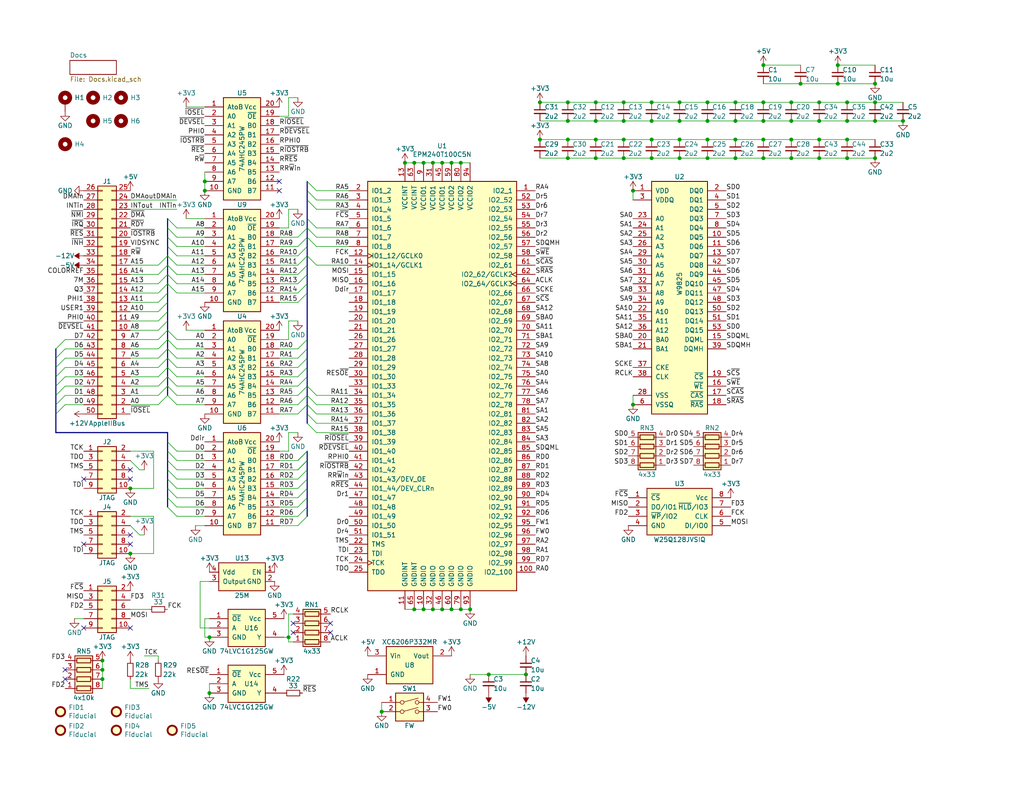
<source format=kicad_sch>
(kicad_sch (version 20211123) (generator eeschema)
  (paper "USLetter")
  (title_block (title "GR8RAM") (date "2021-04-20") (rev "1.9") (company "Garrett's Workshop"))
  (junction (at 200.66 27.94))
  (junction (at 133.35 184.15))
  (junction (at 208.28 17.78))
  (junction (at 115.57 44.45))
  (junction (at 208.28 27.94))
  (junction (at 162.56 43.18))
  (junction (at 177.8 38.1))
  (junction (at 231.14 43.18))
  (junction (at 57.15 173.99))
  (junction (at 162.56 38.1))
  (junction (at 200.66 38.1))
  (junction (at 55.88 52.07))
  (junction (at 218.44 22.86))
  (junction (at 115.57 166.37))
  (junction (at 35.56 151.13))
  (junction (at 223.52 38.1))
  (junction (at 228.6 17.78))
  (junction (at 104.14 194.31))
  (junction (at 154.94 43.18))
  (junction (at 231.14 27.94))
  (junction (at 128.27 166.37))
  (junction (at 215.9 38.1))
  (junction (at 123.19 166.37))
  (junction (at 238.76 43.18))
  (junction (at 147.32 38.1))
  (junction (at 170.18 27.94))
  (junction (at 223.52 27.94))
  (junction (at 185.42 43.18))
  (junction (at 238.76 33.02))
  (junction (at 231.14 38.1))
  (junction (at 110.49 44.45))
  (junction (at 154.94 38.1))
  (junction (at 215.9 33.02))
  (junction (at 118.11 166.37))
  (junction (at 162.56 33.02))
  (junction (at 154.94 27.94))
  (junction (at 147.32 27.94))
  (junction (at 27.94 182.88))
  (junction (at 35.56 133.35))
  (junction (at 228.6 22.86))
  (junction (at 118.11 44.45))
  (junction (at 200.66 33.02))
  (junction (at 238.76 22.86))
  (junction (at 185.42 33.02))
  (junction (at 185.42 27.94))
  (junction (at 113.03 166.37))
  (junction (at 185.42 38.1))
  (junction (at 120.65 166.37))
  (junction (at 123.19 44.45))
  (junction (at 125.73 166.37))
  (junction (at 231.14 33.02))
  (junction (at 55.88 49.53))
  (junction (at 208.28 33.02))
  (junction (at 170.18 43.18))
  (junction (at 208.28 43.18))
  (junction (at 172.72 52.07))
  (junction (at 78.74 173.99))
  (junction (at 113.03 44.45))
  (junction (at 223.52 33.02))
  (junction (at 170.18 33.02))
  (junction (at 215.9 27.94))
  (junction (at 27.94 180.34))
  (junction (at 120.65 44.45))
  (junction (at 143.51 184.15))
  (junction (at 177.8 33.02))
  (junction (at 57.15 189.23))
  (junction (at 238.76 27.94))
  (junction (at 170.18 38.1))
  (junction (at 162.56 27.94))
  (junction (at 27.94 185.42))
  (junction (at 223.52 43.18))
  (junction (at 172.72 110.49))
  (junction (at 154.94 33.02))
  (junction (at 193.04 27.94))
  (junction (at 208.28 38.1))
  (junction (at 177.8 27.94))
  (junction (at 193.04 33.02))
  (junction (at 246.38 33.02))
  (junction (at 177.8 43.18))
  (junction (at 215.9 43.18))
  (junction (at 193.04 38.1))
  (junction (at 200.66 43.18))
  (junction (at 125.73 44.45))
  (junction (at 193.04 43.18))
  (no_connect (at 22.86 171.45))
  (no_connect (at 22.86 148.59))
  (no_connect (at 22.86 130.81))
  (no_connect (at 76.2 52.07))
  (no_connect (at 80.01 170.18))
  (no_connect (at 35.56 171.45))
  (no_connect (at 90.17 172.72))
  (no_connect (at 17.78 185.42))
  (no_connect (at 35.56 128.27))
  (no_connect (at 90.17 170.18))
  (no_connect (at 35.56 130.81))
  (no_connect (at 35.56 148.59))
  (no_connect (at 35.56 146.05))
  (no_connect (at 76.2 49.53))
  (no_connect (at 17.78 182.88))
  (no_connect (at 80.01 172.72))
  (bus_entry (at 83.82 77.47) (size -2.54 2.54))
  (bus_entry (at 45.72 80.01) (size -2.54 2.54))
  (bus_entry (at 45.72 82.55) (size -2.54 2.54))
  (bus_entry (at 15.24 97.79) (size 2.54 -2.54))
  (bus_entry (at 81.28 100.33) (size 2.54 -2.54))
  (bus_entry (at 48.26 110.49) (size -2.54 -2.54))
  (bus_entry (at 81.28 140.97) (size 2.54 -2.54))
  (bus_entry (at 83.82 64.77) (size -2.54 2.54))
  (bus_entry (at 45.72 97.79) (size -2.54 2.54))
  (bus_entry (at 81.28 143.51) (size 2.54 -2.54))
  (bus_entry (at 81.28 128.27) (size 2.54 -2.54))
  (bus_entry (at 45.72 123.19) (size 2.54 2.54))
  (bus_entry (at 81.28 97.79) (size 2.54 -2.54))
  (bus_entry (at 45.72 77.47) (size -2.54 2.54))
  (bus_entry (at 83.82 67.31) (size -2.54 2.54))
  (bus_entry (at 81.28 105.41) (size 2.54 -2.54))
  (bus_entry (at 86.36 64.77) (size -2.54 -2.54))
  (bus_entry (at 45.72 72.39) (size 2.54 2.54))
  (bus_entry (at 86.36 57.15) (size -2.54 -2.54))
  (bus_entry (at 48.26 95.25) (size -2.54 -2.54))
  (bus_entry (at 86.36 115.57) (size -2.54 -2.54))
  (bus_entry (at 81.28 133.35) (size 2.54 -2.54))
  (bus_entry (at 45.72 77.47) (size 2.54 2.54))
  (bus_entry (at 15.24 107.95) (size 2.54 -2.54))
  (bus_entry (at 81.28 107.95) (size 2.54 -2.54))
  (bus_entry (at 45.72 107.95) (size -2.54 2.54))
  (bus_entry (at 45.72 102.87) (size -2.54 2.54))
  (bus_entry (at 45.72 72.39) (size -2.54 2.54))
  (bus_entry (at 45.72 64.77) (size 2.54 2.54))
  (bus_entry (at 45.72 85.09) (size -2.54 2.54))
  (bus_entry (at 81.28 128.27) (size 2.54 -2.54))
  (bus_entry (at 48.26 102.87) (size -2.54 -2.54))
  (bus_entry (at 48.26 97.79) (size -2.54 -2.54))
  (bus_entry (at 83.82 74.93) (size -2.54 2.54))
  (bus_entry (at 45.72 59.69) (size 2.54 2.54))
  (bus_entry (at 45.72 95.25) (size -2.54 2.54))
  (bus_entry (at 81.28 125.73) (size 2.54 -2.54))
  (bus_entry (at 45.72 120.65) (size 2.54 2.54))
  (bus_entry (at 15.24 102.87) (size 2.54 -2.54))
  (bus_entry (at 83.82 92.71) (size -2.54 2.54))
  (bus_entry (at 83.82 62.23) (size -2.54 2.54))
  (bus_entry (at 45.72 130.81) (size 2.54 2.54))
  (bus_entry (at 45.72 62.23) (size 2.54 2.54))
  (bus_entry (at 86.36 110.49) (size -2.54 -2.54))
  (bus_entry (at 45.72 67.31) (size 2.54 2.54))
  (bus_entry (at 15.24 100.33) (size 2.54 -2.54))
  (bus_entry (at 83.82 72.39) (size -2.54 2.54))
  (bus_entry (at 15.24 113.03) (size 2.54 -2.54))
  (bus_entry (at 45.72 128.27) (size 2.54 2.54))
  (bus_entry (at 83.82 69.85) (size -2.54 2.54))
  (bus_entry (at 86.36 72.39) (size -2.54 -2.54))
  (bus_entry (at 45.72 87.63) (size -2.54 2.54))
  (bus_entry (at 81.28 102.87) (size 2.54 -2.54))
  (bus_entry (at 86.36 67.31) (size -2.54 -2.54))
  (bus_entry (at 86.36 118.11) (size -2.54 -2.54))
  (bus_entry (at 15.24 95.25) (size 2.54 -2.54))
  (bus_entry (at 81.28 138.43) (size 2.54 -2.54))
  (bus_entry (at 45.72 125.73) (size 2.54 2.54))
  (bus_entry (at 45.72 90.17) (size -2.54 2.54))
  (bus_entry (at 83.82 80.01) (size -2.54 2.54))
  (bus_entry (at 86.36 62.23) (size -2.54 -2.54))
  (bus_entry (at 45.72 105.41) (size -2.54 2.54))
  (bus_entry (at 45.72 74.93) (size -2.54 2.54))
  (bus_entry (at 81.28 135.89) (size 2.54 -2.54))
  (bus_entry (at 45.72 69.85) (size -2.54 2.54))
  (bus_entry (at 48.26 105.41) (size -2.54 -2.54))
  (bus_entry (at 81.28 113.03) (size 2.54 -2.54))
  (bus_entry (at 48.26 92.71) (size -2.54 -2.54))
  (bus_entry (at 81.28 130.81) (size 2.54 -2.54))
  (bus_entry (at 45.72 138.43) (size 2.54 2.54))
  (bus_entry (at 48.26 107.95) (size -2.54 -2.54))
  (bus_entry (at 45.72 74.93) (size 2.54 2.54))
  (bus_entry (at 86.36 113.03) (size -2.54 -2.54))
  (bus_entry (at 45.72 100.33) (size -2.54 2.54))
  (bus_entry (at 15.24 110.49) (size 2.54 -2.54))
  (bus_entry (at 45.72 135.89) (size 2.54 2.54))
  (bus_entry (at 81.28 110.49) (size 2.54 -2.54))
  (bus_entry (at 86.36 52.07) (size -2.54 -2.54))
  (bus_entry (at 15.24 105.41) (size 2.54 -2.54))
  (bus_entry (at 86.36 54.61) (size -2.54 -2.54))
  (bus_entry (at 48.26 100.33) (size -2.54 -2.54))
  (bus_entry (at 45.72 92.71) (size -2.54 2.54))
  (bus_entry (at 45.72 69.85) (size 2.54 2.54))
  (bus_entry (at 81.28 125.73) (size 2.54 -2.54))
  (bus_entry (at 86.36 107.95) (size -2.54 -2.54))
  (bus_entry (at 45.72 133.35) (size 2.54 2.54))
  (wire (pts (xy 172.72 110.49) (xy 172.72 107.95)))
  (wire (pts (xy 48.26 64.77) (xy 55.88 64.77)))
  (bus (pts (xy 83.82 54.61) (xy 83.82 59.69)))
  (wire (pts (xy 215.9 27.94) (xy 223.52 27.94)))
  (wire (pts (xy 208.28 17.78) (xy 218.44 17.78)))
  (wire (pts (xy 35.56 102.87) (xy 43.18 102.87)))
  (wire (pts (xy 43.18 179.07) (xy 39.37 179.07)))
  (bus (pts (xy 45.72 102.87) (xy 45.72 105.41)))
  (wire (pts (xy 193.04 43.18) (xy 200.66 43.18)))
  (bus (pts (xy 83.82 80.01) (xy 83.82 92.71)))
  (wire (pts (xy 113.03 166.37) (xy 110.49 166.37)))
  (wire (pts (xy 215.9 33.02) (xy 223.52 33.02)))
  (wire (pts (xy 17.78 95.25) (xy 22.86 95.25)))
  (bus (pts (xy 45.72 95.25) (xy 45.72 97.79)))
  (bus (pts (xy 83.82 69.85) (xy 83.82 72.39)))
  (bus (pts (xy 45.72 100.33) (xy 45.72 102.87)))
  (bus (pts (xy 15.24 113.03) (xy 15.24 118.11)))
  (wire (pts (xy 86.36 72.39) (xy 95.25 72.39)))
  (bus (pts (xy 83.82 49.53) (xy 83.82 52.07)))
  (wire (pts (xy 76.2 143.51) (xy 81.28 143.51)))
  (wire (pts (xy 35.56 87.63) (xy 43.18 87.63)))
  (wire (pts (xy 86.36 115.57) (xy 95.25 115.57)))
  (wire (pts (xy 86.36 52.07) (xy 95.25 52.07)))
  (wire (pts (xy 154.94 38.1) (xy 162.56 38.1)))
  (wire (pts (xy 208.28 43.18) (xy 215.9 43.18)))
  (wire (pts (xy 86.36 67.31) (xy 95.25 67.31)))
  (wire (pts (xy 78.74 173.99) (xy 78.74 175.26)))
  (wire (pts (xy 48.26 100.33) (xy 55.88 100.33)))
  (bus (pts (xy 83.82 72.39) (xy 83.82 74.93)))
  (wire (pts (xy 223.52 33.02) (xy 231.14 33.02)))
  (wire (pts (xy 76.2 107.95) (xy 81.28 107.95)))
  (wire (pts (xy 86.36 57.15) (xy 95.25 57.15)))
  (wire (pts (xy 35.56 187.96) (xy 40.64 187.96)))
  (wire (pts (xy 48.26 135.89) (xy 55.88 135.89)))
  (wire (pts (xy 215.9 38.1) (xy 223.52 38.1)))
  (bus (pts (xy 45.72 82.55) (xy 45.72 85.09)))
  (wire (pts (xy 35.56 95.25) (xy 43.18 95.25)))
  (wire (pts (xy 231.14 33.02) (xy 238.76 33.02)))
  (wire (pts (xy 55.88 173.99) (xy 57.15 173.99)))
  (bus (pts (xy 83.82 92.71) (xy 83.82 95.25)))
  (wire (pts (xy 48.26 130.81) (xy 55.88 130.81)))
  (wire (pts (xy 81.28 26.67) (xy 78.74 26.67)))
  (wire (pts (xy 76.2 113.03) (xy 81.28 113.03)))
  (wire (pts (xy 238.76 33.02) (xy 246.38 33.02)))
  (wire (pts (xy 215.9 27.94) (xy 208.28 27.94)))
  (wire (pts (xy 128.27 184.15) (xy 133.35 184.15)))
  (bus (pts (xy 83.82 130.81) (xy 83.82 133.35)))
  (wire (pts (xy 147.32 43.18) (xy 154.94 43.18)))
  (wire (pts (xy 162.56 33.02) (xy 170.18 33.02)))
  (wire (pts (xy 78.74 118.11) (xy 81.28 118.11)))
  (bus (pts (xy 45.72 69.85) (xy 45.72 72.39)))
  (wire (pts (xy 185.42 27.94) (xy 193.04 27.94)))
  (wire (pts (xy 185.42 33.02) (xy 193.04 33.02)))
  (bus (pts (xy 83.82 77.47) (xy 83.82 80.01)))
  (wire (pts (xy 177.8 27.94) (xy 185.42 27.94)))
  (wire (pts (xy 76.2 74.93) (xy 81.28 74.93)))
  (bus (pts (xy 83.82 64.77) (xy 83.82 67.31)))
  (bus (pts (xy 83.82 95.25) (xy 83.82 97.79)))
  (wire (pts (xy 48.26 57.15) (xy 35.56 57.15)))
  (wire (pts (xy 76.2 138.43) (xy 81.28 138.43)))
  (wire (pts (xy 215.9 43.18) (xy 223.52 43.18)))
  (wire (pts (xy 48.26 125.73) (xy 55.88 125.73)))
  (wire (pts (xy 133.35 184.15) (xy 143.51 184.15)))
  (wire (pts (xy 35.56 105.41) (xy 43.18 105.41)))
  (wire (pts (xy 48.26 140.97) (xy 55.88 140.97)))
  (bus (pts (xy 83.82 123.19) (xy 83.82 125.73)))
  (bus (pts (xy 83.82 105.41) (xy 83.82 107.95)))
  (wire (pts (xy 110.49 44.45) (xy 113.03 44.45)))
  (wire (pts (xy 20.32 168.91) (xy 22.86 168.91)))
  (wire (pts (xy 231.14 27.94) (xy 238.76 27.94)))
  (bus (pts (xy 83.82 107.95) (xy 83.82 110.49)))
  (wire (pts (xy 50.8 29.21) (xy 55.88 29.21)))
  (bus (pts (xy 15.24 95.25) (xy 15.24 97.79)))
  (bus (pts (xy 15.24 97.79) (xy 15.24 100.33)))
  (wire (pts (xy 228.6 22.86) (xy 238.76 22.86)))
  (bus (pts (xy 83.82 59.69) (xy 83.82 62.23)))
  (bus (pts (xy 45.72 92.71) (xy 45.72 95.25)))
  (bus (pts (xy 45.72 128.27) (xy 45.72 130.81)))
  (wire (pts (xy 76.2 64.77) (xy 81.28 64.77)))
  (wire (pts (xy 86.36 118.11) (xy 95.25 118.11)))
  (wire (pts (xy 48.26 62.23) (xy 55.88 62.23)))
  (wire (pts (xy 200.66 43.18) (xy 208.28 43.18)))
  (bus (pts (xy 83.82 74.93) (xy 83.82 77.47)))
  (wire (pts (xy 48.26 102.87) (xy 55.88 102.87)))
  (wire (pts (xy 238.76 43.18) (xy 231.14 43.18)))
  (wire (pts (xy 38.1 128.27) (xy 35.56 125.73)))
  (wire (pts (xy 57.15 168.91) (xy 55.88 168.91)))
  (wire (pts (xy 57.15 171.45) (xy 54.61 171.45)))
  (wire (pts (xy 41.91 123.19) (xy 35.56 123.19)))
  (wire (pts (xy 41.91 123.19) (xy 41.91 133.35)))
  (bus (pts (xy 45.72 125.73) (xy 45.72 128.27)))
  (bus (pts (xy 15.24 102.87) (xy 15.24 105.41)))
  (wire (pts (xy 185.42 43.18) (xy 193.04 43.18)))
  (wire (pts (xy 76.2 140.97) (xy 81.28 140.97)))
  (wire (pts (xy 76.2 69.85) (xy 81.28 69.85)))
  (wire (pts (xy 54.61 158.75) (xy 57.15 158.75)))
  (wire (pts (xy 35.56 85.09) (xy 43.18 85.09)))
  (wire (pts (xy 78.74 92.71) (xy 76.2 92.71)))
  (wire (pts (xy 154.94 33.02) (xy 162.56 33.02)))
  (wire (pts (xy 17.78 107.95) (xy 22.86 107.95)))
  (wire (pts (xy 27.94 180.34) (xy 27.94 182.88)))
  (bus (pts (xy 45.72 64.77) (xy 45.72 67.31)))
  (wire (pts (xy 39.37 128.27) (xy 38.1 128.27)))
  (wire (pts (xy 35.56 90.17) (xy 43.18 90.17)))
  (wire (pts (xy 48.26 80.01) (xy 55.88 80.01)))
  (wire (pts (xy 113.03 44.45) (xy 115.57 44.45)))
  (wire (pts (xy 208.28 38.1) (xy 215.9 38.1)))
  (wire (pts (xy 162.56 27.94) (xy 170.18 27.94)))
  (wire (pts (xy 78.74 175.26) (xy 80.01 175.26)))
  (wire (pts (xy 78.74 87.63) (xy 78.74 92.71)))
  (wire (pts (xy 35.56 110.49) (xy 43.18 110.49)))
  (wire (pts (xy 76.2 105.41) (xy 81.28 105.41)))
  (wire (pts (xy 48.26 72.39) (xy 55.88 72.39)))
  (wire (pts (xy 17.78 105.41) (xy 22.86 105.41)))
  (wire (pts (xy 76.2 130.81) (xy 81.28 130.81)))
  (wire (pts (xy 48.26 67.31) (xy 55.88 67.31)))
  (bus (pts (xy 45.72 87.63) (xy 45.72 90.17)))
  (wire (pts (xy 170.18 27.94) (xy 177.8 27.94)))
  (wire (pts (xy 78.74 57.15) (xy 78.74 62.23)))
  (wire (pts (xy 48.26 123.19) (xy 55.88 123.19)))
  (wire (pts (xy 17.78 100.33) (xy 22.86 100.33)))
  (bus (pts (xy 45.72 133.35) (xy 45.72 135.89)))
  (wire (pts (xy 120.65 44.45) (xy 123.19 44.45)))
  (wire (pts (xy 162.56 43.18) (xy 170.18 43.18)))
  (wire (pts (xy 41.91 151.13) (xy 35.56 151.13)))
  (wire (pts (xy 48.26 95.25) (xy 55.88 95.25)))
  (bus (pts (xy 45.72 130.81) (xy 45.72 133.35)))
  (bus (pts (xy 45.72 135.89) (xy 45.72 138.43)))
  (bus (pts (xy 45.72 67.31) (xy 45.72 69.85)))
  (bus (pts (xy 45.72 72.39) (xy 45.72 74.93)))
  (wire (pts (xy 76.2 128.27) (xy 81.28 128.27)))
  (bus (pts (xy 45.72 97.79) (xy 45.72 100.33)))
  (wire (pts (xy 35.56 187.96) (xy 35.56 185.42)))
  (wire (pts (xy 118.11 44.45) (xy 120.65 44.45)))
  (wire (pts (xy 35.56 107.95) (xy 43.18 107.95)))
  (wire (pts (xy 172.72 52.07) (xy 172.72 54.61)))
  (wire (pts (xy 76.2 72.39) (xy 81.28 72.39)))
  (wire (pts (xy 27.94 182.88) (xy 27.94 185.42)))
  (wire (pts (xy 147.32 27.94) (xy 154.94 27.94)))
  (bus (pts (xy 83.82 128.27) (xy 83.82 130.81)))
  (wire (pts (xy 78.74 173.99) (xy 77.47 173.99)))
  (wire (pts (xy 76.2 95.25) (xy 81.28 95.25)))
  (wire (pts (xy 76.2 100.33) (xy 81.28 100.33)))
  (wire (pts (xy 48.26 128.27) (xy 55.88 128.27)))
  (bus (pts (xy 83.82 102.87) (xy 83.82 105.41)))
  (bus (pts (xy 83.82 138.43) (xy 83.82 140.97)))
  (wire (pts (xy 54.61 171.45) (xy 54.61 158.75)))
  (bus (pts (xy 45.72 123.19) (xy 45.72 125.73)))
  (wire (pts (xy 48.26 105.41) (xy 55.88 105.41)))
  (wire (pts (xy 41.91 140.97) (xy 35.56 140.97)))
  (wire (pts (xy 78.74 26.67) (xy 78.74 31.75)))
  (wire (pts (xy 76.2 67.31) (xy 81.28 67.31)))
  (wire (pts (xy 35.56 97.79) (xy 43.18 97.79)))
  (wire (pts (xy 17.78 110.49) (xy 22.86 110.49)))
  (wire (pts (xy 35.56 54.61) (xy 48.26 54.61)))
  (wire (pts (xy 147.32 33.02) (xy 154.94 33.02)))
  (bus (pts (xy 45.72 59.69) (xy 45.72 62.23)))
  (wire (pts (xy 86.36 54.61) (xy 95.25 54.61)))
  (wire (pts (xy 177.8 38.1) (xy 185.42 38.1)))
  (wire (pts (xy 228.6 17.78) (xy 238.76 17.78)))
  (wire (pts (xy 193.04 27.94) (xy 200.66 27.94)))
  (wire (pts (xy 81.28 87.63) (xy 78.74 87.63)))
  (wire (pts (xy 208.28 22.86) (xy 218.44 22.86)))
  (bus (pts (xy 45.72 120.65) (xy 45.72 123.19)))
  (bus (pts (xy 83.82 67.31) (xy 83.82 69.85)))
  (wire (pts (xy 223.52 27.94) (xy 231.14 27.94)))
  (wire (pts (xy 76.2 125.73) (xy 81.28 125.73)))
  (wire (pts (xy 125.73 44.45) (xy 128.27 44.45)))
  (wire (pts (xy 78.74 167.64) (xy 78.74 173.99)))
  (wire (pts (xy 50.8 59.69) (xy 55.88 59.69)))
  (wire (pts (xy 76.2 97.79) (xy 81.28 97.79)))
  (wire (pts (xy 38.1 146.05) (xy 35.56 143.51)))
  (wire (pts (xy 86.36 113.03) (xy 95.25 113.03)))
  (bus (pts (xy 83.82 62.23) (xy 83.82 64.77)))
  (wire (pts (xy 76.2 102.87) (xy 81.28 102.87)))
  (wire (pts (xy 208.28 33.02) (xy 215.9 33.02)))
  (wire (pts (xy 35.56 77.47) (xy 43.18 77.47)))
  (bus (pts (xy 83.82 52.07) (xy 83.82 54.61)))
  (wire (pts (xy 78.74 62.23) (xy 76.2 62.23)))
  (wire (pts (xy 86.36 62.23) (xy 95.25 62.23)))
  (wire (pts (xy 185.42 38.1) (xy 193.04 38.1)))
  (wire (pts (xy 27.94 185.42) (xy 27.94 187.96)))
  (bus (pts (xy 83.82 133.35) (xy 83.82 135.89)))
  (wire (pts (xy 76.2 82.55) (xy 81.28 82.55)))
  (bus (pts (xy 15.24 105.41) (xy 15.24 107.95)))
  (wire (pts (xy 35.56 80.01) (xy 43.18 80.01)))
  (wire (pts (xy 170.18 33.02) (xy 177.8 33.02)))
  (bus (pts (xy 45.72 77.47) (xy 45.72 80.01)))
  (wire (pts (xy 200.66 33.02) (xy 208.28 33.02)))
  (wire (pts (xy 76.2 110.49) (xy 81.28 110.49)))
  (bus (pts (xy 45.72 80.01) (xy 45.72 82.55)))
  (wire (pts (xy 53.34 143.51) (xy 55.88 143.51)))
  (wire (pts (xy 170.18 43.18) (xy 177.8 43.18)))
  (wire (pts (xy 246.38 27.94) (xy 238.76 27.94)))
  (wire (pts (xy 48.26 92.71) (xy 55.88 92.71)))
  (wire (pts (xy 231.14 38.1) (xy 238.76 38.1)))
  (wire (pts (xy 55.88 168.91) (xy 55.88 173.99)))
  (bus (pts (xy 45.72 105.41) (xy 45.72 107.95)))
  (wire (pts (xy 40.64 166.37) (xy 35.56 166.37)))
  (wire (pts (xy 35.56 100.33) (xy 43.18 100.33)))
  (wire (pts (xy 41.91 140.97) (xy 41.91 151.13)))
  (wire (pts (xy 154.94 43.18) (xy 162.56 43.18)))
  (bus (pts (xy 83.82 113.03) (xy 83.82 115.57)))
  (wire (pts (xy 43.18 179.07) (xy 43.18 180.34)))
  (bus (pts (xy 45.72 118.11) (xy 45.72 120.65)))
  (wire (pts (xy 76.2 77.47) (xy 81.28 77.47)))
  (bus (pts (xy 15.24 100.33) (xy 15.24 102.87)))
  (wire (pts (xy 76.2 135.89) (xy 81.28 135.89)))
  (bus (pts (xy 83.82 135.89) (xy 83.82 138.43)))
  (wire (pts (xy 76.2 80.01) (xy 81.28 80.01)))
  (wire (pts (xy 86.36 107.95) (xy 95.25 107.95)))
  (wire (pts (xy 55.88 49.53) (xy 55.88 52.07)))
  (bus (pts (xy 83.82 125.73) (xy 83.82 128.27)))
  (bus (pts (xy 83.82 97.79) (xy 83.82 100.33)))
  (wire (pts (xy 78.74 31.75) (xy 76.2 31.75)))
  (wire (pts (xy 48.26 107.95) (xy 55.88 107.95)))
  (wire (pts (xy 123.19 166.37) (xy 120.65 166.37)))
  (wire (pts (xy 104.14 191.77) (xy 104.14 194.31)))
  (wire (pts (xy 185.42 43.18) (xy 177.8 43.18)))
  (wire (pts (xy 78.74 123.19) (xy 78.74 118.11)))
  (wire (pts (xy 57.15 186.69) (xy 57.15 189.23)))
  (wire (pts (xy 223.52 38.1) (xy 231.14 38.1)))
  (wire (pts (xy 35.56 82.55) (xy 43.18 82.55)))
  (wire (pts (xy 125.73 166.37) (xy 123.19 166.37)))
  (bus (pts (xy 83.82 100.33) (xy 83.82 102.87)))
  (wire (pts (xy 170.18 38.1) (xy 177.8 38.1)))
  (wire (pts (xy 86.36 64.77) (xy 95.25 64.77)))
  (wire (pts (xy 81.28 57.15) (xy 78.74 57.15)))
  (wire (pts (xy 128.27 166.37) (xy 125.73 166.37)))
  (wire (pts (xy 76.2 133.35) (xy 81.28 133.35)))
  (wire (pts (xy 115.57 166.37) (xy 113.03 166.37)))
  (bus (pts (xy 45.72 90.17) (xy 45.72 92.71)))
  (wire (pts (xy 162.56 38.1) (xy 170.18 38.1)))
  (wire (pts (xy 80.01 167.64) (xy 78.74 167.64)))
  (wire (pts (xy 123.19 44.45) (xy 125.73 44.45)))
  (wire (pts (xy 50.8 90.17) (xy 55.88 90.17)))
  (wire (pts (xy 35.56 72.39) (xy 43.18 72.39)))
  (wire (pts (xy 48.26 97.79) (xy 55.88 97.79)))
  (wire (pts (xy 17.78 92.71) (xy 22.86 92.71)))
  (bus (pts (xy 15.24 107.95) (xy 15.24 110.49)))
  (wire (pts (xy 35.56 74.93) (xy 43.18 74.93)))
  (wire (pts (xy 86.36 110.49) (xy 95.25 110.49)))
  (wire (pts (xy 76.2 123.19) (xy 78.74 123.19)))
  (bus (pts (xy 45.72 118.11) (xy 15.24 118.11)))
  (wire (pts (xy 115.57 44.45) (xy 118.11 44.45)))
  (wire (pts (xy 48.26 74.93) (xy 55.88 74.93)))
  (wire (pts (xy 48.26 77.47) (xy 55.88 77.47)))
  (wire (pts (xy 200.66 38.1) (xy 208.28 38.1)))
  (bus (pts (xy 45.72 62.23) (xy 45.72 64.77)))
  (bus (pts (xy 45.72 85.09) (xy 45.72 87.63)))
  (wire (pts (xy 48.26 69.85) (xy 55.88 69.85)))
  (wire (pts (xy 154.94 27.94) (xy 162.56 27.94)))
  (wire (pts (xy 17.78 102.87) (xy 22.86 102.87)))
  (bus (pts (xy 83.82 110.49) (xy 83.82 113.03)))
  (wire (pts (xy 17.78 97.79) (xy 22.86 97.79)))
  (wire (pts (xy 55.88 46.99) (xy 55.88 49.53)))
  (wire (pts (xy 218.44 22.86) (xy 228.6 22.86)))
  (wire (pts (xy 39.37 146.05) (xy 38.1 146.05)))
  (bus (pts (xy 45.72 74.93) (xy 45.72 77.47)))
  (wire (pts (xy 48.26 138.43) (xy 55.88 138.43)))
  (wire (pts (xy 223.52 43.18) (xy 231.14 43.18)))
  (wire (pts (xy 193.04 38.1) (xy 200.66 38.1)))
  (wire (pts (xy 48.26 133.35) (xy 55.88 133.35)))
  (wire (pts (xy 177.8 33.02) (xy 185.42 33.02)))
  (wire (pts (xy 41.91 133.35) (xy 35.56 133.35)))
  (wire (pts (xy 48.26 110.49) (xy 55.88 110.49)))
  (wire (pts (xy 200.66 27.94) (xy 208.28 27.94)))
  (wire (pts (xy 193.04 33.02) (xy 200.66 33.02)))
  (wire (pts (xy 120.65 166.37) (xy 118.11 166.37)))
  (bus (pts (xy 15.24 110.49) (xy 15.24 113.03)))
  (wire (pts (xy 35.56 92.71) (xy 43.18 92.71)))
  (wire (pts (xy 118.11 166.37) (xy 115.57 166.37)))
  (wire (pts (xy 147.32 38.1) (xy 154.94 38.1)))
  (label "Dr5" (at 146.05 54.61 0))
  (label "SA3" (at 146.05 120.65 0))
  (label "RA7" (at 76.2 113.03 0))
  (label "MOSI" (at 199.39 143.51 0))
  (label "A4" (at 35.56 100.33 0))
  (label "RD7" (at 76.2 143.51 0))
  (label "SD1" (at 198.12 54.61 0))
  (label "RA1" (at 146.05 151.13 0))
  (label "A5" (at 35.56 97.79 0))
  (label "FW1" (at 146.05 143.51 0))
  (label "PHI1" (at 22.86 82.55 180))
  (label "FCK" (at 199.39 140.97 0))
  (label "RA6" (at 76.2 110.49 0))
  (label "RD3" (at 146.05 133.35 0))
  (label "~{IRQ}" (at 22.86 62.23 180))
  (label "SCKE" (at 172.72 100.33 180))
  (label "D6" (at 22.86 95.25 180))
  (label "RCLK" (at 90.17 167.64 0))
  (label "SD0" (at 198.12 52.07 0))
  (label "F~{CS}" (at 95.25 59.69 180))
  (label "Dr7" (at 146.05 59.69 0))
  (label "A2" (at 55.88 97.79 180))
  (label "SD5" (at 198.12 64.77 0))
  (label "F~{CS}" (at 171.45 135.89 180))
  (label "SD1" (at 171.45 121.92 180))
  (label "D1" (at 55.88 125.73 180))
  (label "SD3" (at 198.12 59.69 0))
  (label "D5" (at 22.86 97.79 180))
  (label "A5" (at 55.88 105.41 180))
  (label "~{NMI}" (at 22.86 59.69 180))
  (label "SD1" (at 198.12 87.63 0))
  (label "A14" (at 55.88 77.47 180))
  (label "RA11" (at 90.17 107.95 0))
  (label "~{IOSTRB}" (at 35.56 64.77 0))
  (label "RD6" (at 146.05 140.97 0))
  (label "FW1" (at 119.38 191.77 0))
  (label "Dr5" (at 199.39 121.92 0))
  (label "RD3" (at 76.2 133.35 0))
  (label "ACLK" (at 146.05 77.47 0))
  (label "~{RDY}" (at 35.56 62.23 0))
  (label "RA13" (at 76.2 77.47 0))
  (label "TMS" (at 22.86 146.05 180))
  (label "~{RES}" (at 82.55 189.23 0))
  (label "R~{IOSEL}" (at 95.25 120.65 180))
  (label "SD4" (at 189.23 119.38 180))
  (label "Ddir" (at 55.88 120.65 180))
  (label "ACLK" (at 90.17 175.26 0))
  (label "TDO" (at 95.25 156.21 180))
  (label "RA13" (at 90.17 113.03 0))
  (label "SA11" (at 146.05 90.17 0))
  (label "SA10" (at 146.05 97.79 0))
  (label "A13" (at 55.88 74.93 180))
  (label "RD1" (at 146.05 128.27 0))
  (label "D7" (at 22.86 92.71 180))
  (label "A9" (at 55.88 64.77 180))
  (label "SA10" (at 172.72 85.09 180))
  (label "A2" (at 35.56 105.41 0))
  (label "A10" (at 35.56 85.09 0))
  (label "A8" (at 35.56 90.17 0))
  (label "RA12" (at 76.2 74.93 0))
  (label "Dr0" (at 95.25 143.51 180))
  (label "A10" (at 55.88 67.31 180))
  (label "RA8" (at 95.25 64.77 180))
  (label "SD7" (at 189.23 127 180))
  (label "TDI" (at 22.86 133.35 180))
  (label "TDO" (at 22.86 125.73 180))
  (label "SA1" (at 172.72 62.23 180))
  (label "RA9" (at 95.25 67.31 180))
  (label "SD5" (at 198.12 77.47 0))
  (label "RD4" (at 76.2 135.89 0))
  (label "Dr6" (at 199.39 124.46 0))
  (label "MISO" (at 95.25 77.47 180))
  (label "SBA1" (at 146.05 92.71 0))
  (label "RA8" (at 76.2 64.77 0))
  (label "7M" (at 22.86 77.47 180))
  (label "INTin" (at 22.86 57.15 180))
  (label "RPHI0" (at 76.2 39.37 0))
  (label "RA9" (at 76.2 67.31 0))
  (label "FD2" (at 17.78 187.96 180))
  (label "SA9" (at 146.05 95.25 0))
  (label "SA9" (at 172.72 82.55 180))
  (label "SA11" (at 172.72 87.63 180))
  (label "SDQMH" (at 146.05 67.31 0))
  (label "D6" (at 55.88 138.43 180))
  (label "D3" (at 55.88 130.81 180))
  (label "R~{W}" (at 55.88 44.45 180))
  (label "RA12" (at 90.17 110.49 0))
  (label "SD2" (at 171.45 124.46 180))
  (label "RA11" (at 76.2 72.39 0))
  (label "SCKE" (at 146.05 80.01 0))
  (label "RD2" (at 146.05 130.81 0))
  (label "SBA1" (at 172.72 95.25 180))
  (label "A11" (at 55.88 69.85 180))
  (label "SA8" (at 146.05 100.33 0))
  (label "RA5" (at 76.2 107.95 0))
  (label "FD2" (at 22.86 166.37 180))
  (label "RA0" (at 146.05 156.21 0))
  (label "RR~{W}in" (at 95.25 130.81 180))
  (label "Q3" (at 22.86 80.01 180))
  (label "SD7" (at 198.12 69.85 0))
  (label "SBA0" (at 146.05 87.63 0))
  (label "SA6" (at 146.05 107.95 0))
  (label "RA4" (at 146.05 52.07 0))
  (label "FW0" (at 119.38 194.31 0))
  (label "Ddir" (at 95.25 80.01 180))
  (label "R~{RES}" (at 95.25 133.35 180))
  (label "SA4" (at 172.72 69.85 180))
  (label "A1" (at 55.88 95.25 180))
  (label "RA10" (at 95.25 72.39 180))
  (label "FD2" (at 171.45 140.97 180))
  (label "INTout" (at 35.56 57.15 0))
  (label "A15" (at 55.88 80.01 180))
  (label "TCK" (at 22.86 123.19 180))
  (label "SD3" (at 198.12 82.55 0))
  (label "D4" (at 55.88 133.35 180))
  (label "SD0" (at 198.12 90.17 0))
  (label "A0" (at 55.88 92.71 180))
  (label "D3" (at 22.86 102.87 180))
  (label "Dr4" (at 95.25 146.05 180))
  (label "PHI0" (at 55.88 36.83 180))
  (label "RA2" (at 76.2 100.33 0))
  (label "RD0" (at 146.05 125.73 0))
  (label "RD0" (at 76.2 125.73 0))
  (label "SA2" (at 146.05 115.57 0))
  (label "RES~{OE}" (at 57.15 184.15 180))
  (label "S~{CS}" (at 146.05 82.55 0))
  (label "SA8" (at 172.72 80.01 180))
  (label "RA6" (at 95.25 54.61 180))
  (label "R~{IOSEL}" (at 76.2 34.29 0))
  (label "A7" (at 35.56 92.71 0))
  (label "S~{CAS}" (at 146.05 72.39 0))
  (label "TCK" (at 39.37 179.07 0))
  (label "SD5" (at 189.23 121.92 180))
  (label "A13" (at 35.56 77.47 0))
  (label "TDI" (at 22.86 151.13 180))
  (label "A15" (at 35.56 72.39 0))
  (label "TDI" (at 95.25 151.13 180))
  (label "MOSI" (at 35.56 168.91 0))
  (label "MISO" (at 22.86 163.83 180))
  (label "~{DEVSEL}" (at 22.86 90.17 180))
  (label "TCK" (at 95.25 153.67 180))
  (label "SA7" (at 172.72 77.47 180))
  (label "RA1" (at 76.2 97.79 0))
  (label "RD5" (at 76.2 138.43 0))
  (label "RA5" (at 95.25 52.07 180))
  (label "D7" (at 55.88 140.97 180))
  (label "SA12" (at 172.72 90.17 180))
  (label "SA12" (at 146.05 85.09 0))
  (label "SA6" (at 172.72 74.93 180))
  (label "A3" (at 55.88 100.33 180))
  (label "RA3" (at 95.25 57.15 180))
  (label "Dr0" (at 181.61 119.38 0))
  (label "SD6" (at 189.23 124.46 180))
  (label "F~{CS}" (at 22.86 161.29 180))
  (label "SD2" (at 198.12 85.09 0))
  (label "RCLK" (at 172.72 102.87 180))
  (label "D0" (at 22.86 110.49 180))
  (label "SD3" (at 171.45 127 180))
  (label "SDQMH" (at 198.12 95.25 0))
  (label "RR~{W}in" (at 76.2 46.99 0))
  (label "~{DMA}" (at 35.56 59.69 0))
  (label "RD4" (at 146.05 135.89 0))
  (label "Dr1" (at 95.25 135.89 180))
  (label "R~{DEVSEL}" (at 95.25 123.19 180))
  (label "A7" (at 55.88 110.49 180))
  (label "TMS" (at 95.25 148.59 180))
  (label "RD2" (at 76.2 130.81 0))
  (label "A12" (at 35.56 80.01 0))
  (label "SA0" (at 172.72 59.69 180))
  (label "~{IOSEL}" (at 35.56 113.03 0))
  (label "FD3" (at 17.78 180.34 180))
  (label "SDQML" (at 146.05 123.19 0))
  (label "Dr4" (at 199.39 119.38 0))
  (label "RPHI0" (at 95.25 125.73 180))
  (label "SD2" (at 198.12 57.15 0))
  (label "SA3" (at 172.72 67.31 180))
  (label "DMAin" (at 22.86 54.61 180))
  (label "RA7" (at 95.25 62.23 180))
  (label "TDO" (at 22.86 143.51 180))
  (label "SA7" (at 146.05 110.49 0))
  (label "FW0" (at 146.05 146.05 0))
  (label "SA4" (at 146.05 105.41 0))
  (label "RD6" (at 76.2 140.97 0))
  (label "SA5" (at 146.05 118.11 0))
  (label "TMS" (at 22.86 128.27 180))
  (label "A9" (at 35.56 87.63 0))
  (label "FD3" (at 35.56 163.83 0))
  (label "RA10" (at 76.2 69.85 0))
  (label "RES~{OE}" (at 95.25 102.87 180))
  (label "S~{CS}" (at 198.12 102.87 0))
  (label "RA2" (at 146.05 148.59 0))
  (label "Dr3" (at 181.61 127 0))
  (label "D5" (at 55.88 135.89 180))
  (label "A1" (at 35.56 107.95 0))
  (label "Dr7" (at 199.39 127 0))
  (label "RA15" (at 90.17 118.11 0))
  (label "SA0" (at 146.05 102.87 0))
  (label "TMS" (at 40.64 187.96 180))
  (label "A6" (at 55.88 107.95 180))
  (label "A0" (at 35.56 110.49 0))
  (label "Dr2" (at 146.05 64.77 0))
  (label "SBA0" (at 172.72 92.71 180))
  (label "DMAout" (at 35.56 54.61 0))
  (label "SA2" (at 172.72 64.77 180))
  (label "~{IOSTRB}" (at 55.88 39.37 180))
  (label "RA3" (at 76.2 102.87 0))
  (label "MOSI" (at 95.25 74.93 180))
  (label "Dr1" (at 181.61 121.92 0))
  (label "SD6" (at 198.12 67.31 0))
  (label "~{RES}" (at 55.88 41.91 180))
  (label "Dr3" (at 146.05 62.23 0))
  (label "R~{W}" (at 35.56 69.85 0))
  (label "~{RES}" (at 22.86 64.77 180))
  (label "S~{RAS}" (at 198.12 110.49 0))
  (label "SD4" (at 198.12 80.01 0))
  (label "RD1" (at 76.2 128.27 0))
  (label "DMAin" (at 48.26 54.61 180))
  (label "A3" (at 35.56 102.87 0))
  (label "S~{RAS}" (at 146.05 74.93 0))
  (label "RA14" (at 76.2 80.01 0))
  (label "R~{IOSTRB}" (at 76.2 41.91 0))
  (label "SDQML" (at 198.12 92.71 0))
  (label "A4" (at 55.88 102.87 180))
  (label "FD3" (at 199.39 138.43 0))
  (label "RD7" (at 146.05 153.67 0))
  (label "SA5" (at 172.72 72.39 180))
  (label "SD6" (at 198.12 74.93 0))
  (label "R~{DEVSEL}" (at 76.2 36.83 0))
  (label "A14" (at 35.56 74.93 0))
  (label "RA0" (at 76.2 95.25 0))
  (label "A6" (at 35.56 95.25 0))
  (label "~{IOSEL}" (at 55.88 31.75 180))
  (label "D2" (at 55.88 128.27 180))
  (label "Dr6" (at 146.05 57.15 0))
  (label "D1" (at 22.86 107.95 180))
  (label "SD7" (at 198.12 72.39 0))
  (label "D2" (at 22.86 105.41 180))
  (label "COLORREF" (at 22.86 74.93 180))
  (label "FCK" (at 45.72 166.37 0))
  (label "D4" (at 22.86 100.33 180))
  (label "RA4" (at 76.2 105.41 0))
  (label "RD5" (at 146.05 138.43 0))
  (label "~{INH}" (at 22.86 67.31 180))
  (label "FCK" (at 95.25 69.85 180))
  (label "SD4" (at 198.12 62.23 0))
  (label "S~{WE}" (at 198.12 105.41 0))
  (label "SA1" (at 146.05 113.03 0))
  (label "INTin" (at 48.26 57.15 180))
  (label "S~{WE}" (at 146.05 69.85 0))
  (label "PHI0" (at 22.86 87.63 180))
  (label "R~{RES}" (at 76.2 44.45 0))
  (label "MISO" (at 171.45 138.43 180))
  (label "A12" (at 55.88 72.39 180))
  (label "~{DEVSEL}" (at 55.88 34.29 180))
  (label "USER1" (at 22.86 85.09 180))
  (label "R~{IOSTRB}" (at 95.25 128.27 180))
  (label "S~{CAS}" (at 198.12 107.95 0))
  (label "SD0" (at 171.45 119.38 180))
  (label "A11" (at 35.56 82.55 0))
  (label "RA15" (at 76.2 82.55 0))
  (label "D0" (at 55.88 123.19 180))
  (label "Dr2" (at 181.61 124.46 0))
  (label "A8" (at 55.88 62.23 180))
  (label "TCK" (at 22.86 140.97 180))
  (label "RA14" (at 90.17 115.57 0))
  (label "VIDSYNC" (at 35.56 67.31 0))
  (symbol (lib_id "Device:C_Small") (at 238.76 20.32 0) (unit 1)
    (property "Reference" "C11" (at 240.03 19.05 0) (effects (justify left)))
    (property "Value" "10u" (at 240.03 21.59 0) (effects (justify left)))
    (property "Footprint" "stdpads:C_0805" (effects hide))
    (property "LCSC Part" "C15850" (effects hide))
  )
  (symbol (lib_id "Connector_Generic:Conn_02x25_Counter_Clockwise") (at 30.48 82.55 180) (unit 1)
    (property "Reference" "J1" (at 29.21 49.53 0))
    (property "Value" "AppleIIBus" (at 29.21 115.57 0))
    (property "Footprint" "stdpads:AppleIIBus_Edge" (effects hide))
  )
  (symbol (lib_id "power:-12V") (at 22.86 69.85 90) (unit 1)
    (property "Reference" "#PWR0102" (effects hide))
    (property "Value" "-12V" (at 20.32 69.85 90) (effects (justify left)))
  )
  (symbol (lib_id "power:-5V") (at 22.86 72.39 90) (unit 1)
    (property "Reference" "#PWR0101" (effects hide))
    (property "Value" "-5V" (at 20.32 72.39 90) (effects (justify left)))
  )
  (symbol (lib_id "power:GND") (at 22.86 52.07 270) (mirror x) (unit 1)
    (property "Reference" "#PWR0108" (effects hide))
    (property "Value" "GND" (at 17.78 52.07 90))
  )
  (symbol (lib_id "Device:C_Small") (at 133.35 186.69 0) (unit 1)
    (property "Reference" "C3" (at 134.62 185.42 0) (effects (justify left)))
    (property "Value" "10u" (at 134.62 187.96 0) (effects (justify left)))
    (property "Footprint" "stdpads:C_0805" (effects hide))
    (property "LCSC Part" "C15850" (effects hide))
  )
  (symbol (lib_id "power:-5V") (at 133.35 189.23 180) (unit 1)
    (property "Reference" "#PWR0112" (effects hide))
    (property "Value" "-5V" (at 133.35 193.04 0))
  )
  (symbol (lib_id "Mechanical:Fiducial") (at 16.51 199.39 0) (unit 1)
    (property "Reference" "FID2" (at 18.669 198.2216 0) (effects (justify left)))
    (property "Value" "Fiducial" (at 18.669 200.533 0) (effects (justify left)))
    (property "Footprint" "stdpads:Fiducial" (effects hide))
  )
  (symbol (lib_id "Mechanical:Fiducial") (at 31.75 194.31 0) (unit 1)
    (property "Reference" "FID3" (at 33.909 193.1416 0) (effects (justify left)))
    (property "Value" "Fiducial" (at 33.909 195.453 0) (effects (justify left)))
    (property "Footprint" "stdpads:Fiducial" (effects hide))
  )
  (symbol (lib_id "power:GND") (at 128.27 184.15 0) (unit 1)
    (property "Reference" "#PWR0115" (effects hide))
    (property "Value" "GND" (at 128.27 187.96 0))
  )
  (symbol (lib_id "Connector_Generic:Conn_02x05_Odd_Even") (at 27.94 128.27 0) (unit 1)
    (property "Reference" "J2" (at 29.21 120.65 0))
    (property "Value" "JTAG" (at 29.21 135.89 0))
    (property "Footprint" "Connector:Tag-Connect_TC2050-IDC-FP_2x05_P1.27mm_Vertical" (effects hide))
  )
  (symbol (lib_id "Device:C_Small") (at 162.56 30.48 0) (unit 1)
    (property "Reference" "C12" (at 163.83 29.21 0) (effects (justify left)))
    (property "Value" "2u2" (at 163.83 31.75 0) (effects (justify left)))
    (property "Footprint" "stdpads:C_0603" (effects hide))
    (property "LCSC Part" "C23630" (effects hide))
  )
  (symbol (lib_id "Device:C_Small") (at 143.51 181.61 0) (unit 1)
    (property "Reference" "C4" (at 144.78 180.34 0) (effects (justify left)))
    (property "Value" "10u" (at 144.78 182.88 0) (effects (justify left)))
    (property "Footprint" "stdpads:C_0805" (effects hide))
    (property "LCSC Part" "C15850" (effects hide))
  )
  (symbol (lib_id "Device:C_Small") (at 143.51 186.69 0) (unit 1)
    (property "Reference" "C2" (at 144.78 185.42 0) (effects (justify left)))
    (property "Value" "10u" (at 144.78 187.96 0) (effects (justify left)))
    (property "Footprint" "stdpads:C_0805" (effects hide))
    (property "LCSC Part" "C15850" (effects hide))
  )
  (symbol (lib_id "power:-12V") (at 143.51 189.23 0) (mirror x) (unit 1)
    (property "Reference" "#PWR0127" (effects hide))
    (property "Value" "-12V" (at 143.51 193.04 0))
  )
  (symbol (lib_id "power:+12V") (at 143.51 179.07 0) (mirror y) (unit 1)
    (property "Reference" "#PWR0128" (effects hide))
    (property "Value" "+12V" (at 143.51 175.26 0))
  )
  (symbol (lib_id "GW_Logic:74245") (at 66.04 71.12 0) (unit 1)
    (property "Reference" "U9" (at 66.04 55.88 0))
    (property "Value" "74AHC245PW" (at 66.04 71.12 90))
    (property "Footprint" "stdpads:TSSOP-20_4.4x6.5mm_P0.65mm" (effects hide))
    (property "LCSC Part" "C5516" (effects hide))
  )
  (symbol (lib_id "GW_Logic:74245") (at 66.04 101.6 0) (unit 1)
    (property "Reference" "U4" (at 66.04 86.36 0))
    (property "Value" "74AHC245PW" (at 66.04 101.6 90))
    (property "Footprint" "stdpads:TSSOP-20_4.4x6.5mm_P0.65mm" (effects hide))
    (property "LCSC Part" "C5516" (effects hide))
  )
  (symbol (lib_id "GW_RAM:SDRAM-16Mx16-TSOP2-54") (at 185.42 77.47 0) (unit 1)
    (property "Reference" "U2" (at 185.42 48.26 0))
    (property "Value" "W9825" (at 185.42 77.47 90))
    (property "Footprint" "stdpads:TSOP-II-54_22.2x10.16mm_P0.8mm" (effects hide))
    (property "LCSC Part" "C62246" (effects hide))
  )
  (symbol (lib_id "power:+3V3") (at 172.72 52.07 0) (unit 1)
    (property "Reference" "#PWR0151" (effects hide))
    (property "Value" "+3V3" (at 172.72 48.26 0))
  )
  (symbol (lib_id "power:+3V3") (at 76.2 59.69 0) (unit 1)
    (property "Reference" "#PWR0117" (effects hide))
    (property "Value" "+3V3" (at 76.2 55.88 0))
  )
  (symbol (lib_id "power:+3V3") (at 76.2 90.17 0) (unit 1)
    (property "Reference" "#PWR0116" (effects hide))
    (property "Value" "+3V3" (at 76.2 86.36 0))
  )
  (symbol (lib_id "power:GND") (at 55.88 82.55 0) (unit 1)
    (property "Reference" "#PWR0114" (effects hide))
    (property "Value" "GND" (at 55.88 86.36 0))
  )
  (symbol (lib_id "power:GND") (at 55.88 113.03 0) (unit 1)
    (property "Reference" "#PWR0106" (effects hide))
    (property "Value" "GND" (at 55.88 116.84 0))
  )
  (symbol (lib_id "power:GND") (at 172.72 110.49 0) (unit 1)
    (property "Reference" "#PWR0152" (effects hide))
    (property "Value" "GND" (at 172.72 114.3 0))
  )
  (symbol (lib_id "Device:C_Small") (at 228.6 20.32 0) (unit 1)
    (property "Reference" "C10" (at 229.87 19.05 0) (effects (justify left)))
    (property "Value" "10u" (at 229.87 21.59 0) (effects (justify left)))
    (property "Footprint" "stdpads:C_0805" (effects hide))
    (property "LCSC Part" "C15850" (effects hide))
  )
  (symbol (lib_id "Mechanical:MountingHole") (at 17.78 39.37 0) (unit 1)
    (property "Reference" "H4" (at 20.32 39.37 0) (effects (justify left)))
    (property "Value" " " (at 20.32 40.386 0) (effects (justify left)))
    (property "Footprint" "stdpads:PasteHole_1.152mm_NPTH" (effects hide))
  )
  (symbol (lib_id "Mechanical:MountingHole") (at 25.4 33.02 0) (unit 1)
    (property "Reference" "H5" (at 27.94 33.02 0) (effects (justify left)))
    (property "Value" " " (at 27.94 34.036 0) (effects (justify left)))
    (property "Footprint" "stdpads:PasteHole_1.152mm_NPTH" (effects hide))
  )
  (symbol (lib_id "power:+12V") (at 22.86 113.03 90) (unit 1)
    (property "Reference" "#PWR0103" (effects hide))
    (property "Value" "+12V" (at 24.13 115.57 90) (effects (justify left)))
  )
  (symbol (lib_id "Device:C_Small") (at 208.28 20.32 0) (unit 1)
    (property "Reference" "C1" (at 209.55 19.05 0) (effects (justify left)))
    (property "Value" "10u" (at 209.55 21.59 0) (effects (justify left)))
    (property "Footprint" "stdpads:C_0805" (effects hide))
    (property "LCSC Part" "C15850" (effects hide))
  )
  (symbol (lib_id "Device:C_Small") (at 218.44 20.32 0) (unit 1)
    (property "Reference" "C7" (at 219.71 19.05 0) (effects (justify left)))
    (property "Value" "10u" (at 219.71 21.59 0) (effects (justify left)))
    (property "Footprint" "stdpads:C_0805" (effects hide))
    (property "LCSC Part" "C15850" (effects hide))
  )
  (symbol (lib_id "Mechanical:Fiducial") (at 16.51 194.31 0) (unit 1)
    (property "Reference" "FID1" (at 18.669 193.1416 0) (effects (justify left)))
    (property "Value" "Fiducial" (at 18.669 195.453 0) (effects (justify left)))
    (property "Footprint" "stdpads:Fiducial" (effects hide))
  )
  (symbol (lib_id "Mechanical:Fiducial") (at 31.75 199.39 0) (unit 1)
    (property "Reference" "FID4" (at 33.909 198.2216 0) (effects (justify left)))
    (property "Value" "Fiducial" (at 33.909 200.533 0) (effects (justify left)))
    (property "Footprint" "stdpads:Fiducial" (effects hide))
  )
  (symbol (lib_id "Mechanical:Fiducial") (at 46.99 199.39 0) (unit 1)
    (property "Reference" "FID5" (at 49.149 198.2216 0) (effects (justify left)))
    (property "Value" "Fiducial" (at 49.149 200.533 0) (effects (justify left)))
    (property "Footprint" "stdpads:Fiducial" (effects hide))
  )
  (symbol (lib_id "Device:C_Small") (at 170.18 30.48 0) (unit 1)
    (property "Reference" "C13" (at 171.45 29.21 0) (effects (justify left)))
    (property "Value" "2u2" (at 171.45 31.75 0) (effects (justify left)))
    (property "Footprint" "stdpads:C_0603" (effects hide))
    (property "LCSC Part" "C23630" (effects hide))
  )
  (symbol (lib_id "power:GND") (at 35.56 133.35 0) (unit 1)
    (property "Reference" "#PWR0130" (effects hide))
    (property "Value" "GND" (at 35.56 137.16 0))
  )
  (symbol (lib_id "Mechanical:MountingHole_Pad") (at 17.78 27.94 0) (unit 1)
    (property "Reference" "H1" (at 20.32 26.6446 0) (effects (justify left)))
    (property "Value" " " (at 20.32 28.956 0) (effects (justify left)))
    (property "Footprint" "stdpads:PasteHole_1.1mm_PTH" (effects hide))
  )
  (symbol (lib_id "Mechanical:MountingHole") (at 25.4 26.67 0) (unit 1)
    (property "Reference" "H2" (at 27.94 26.67 0) (effects (justify left)))
    (property "Value" " " (at 27.94 27.686 0) (effects (justify left)))
    (property "Footprint" "stdpads:PasteHole_1.152mm_NPTH" (effects hide))
  )
  (symbol (lib_id "Mechanical:MountingHole") (at 33.02 26.67 0) (unit 1)
    (property "Reference" "H3" (at 35.56 26.67 0) (effects (justify left)))
    (property "Value" " " (at 35.56 27.686 0) (effects (justify left)))
    (property "Footprint" "stdpads:PasteHole_1.152mm_NPTH" (effects hide))
  )
  (symbol (lib_id "GW_Logic:74245") (at 66.04 40.64 0) (unit 1)
    (property "Reference" "U5" (at 66.04 25.4 0))
    (property "Value" "74AHC245PW" (at 66.04 40.64 90))
    (property "Footprint" "stdpads:TSSOP-20_4.4x6.5mm_P0.65mm" (effects hide))
    (property "LCSC Part" "C5516" (effects hide))
  )
  (symbol (lib_id "power:+5V") (at 35.56 52.07 0) (unit 1)
    (property "Reference" "#PWR0105" (effects hide))
    (property "Value" "+5V" (at 35.56 48.26 0))
  )
  (symbol (lib_id "GW_Logic:Oscillator_4P") (at 66.04 158.75 0) (mirror y) (unit 1)
    (property "Reference" "U13" (at 66.04 152.4 0))
    (property "Value" "25M" (at 66.04 162.56 0))
    (property "Footprint" "stdpads:Crystal_SMD_3225-4Pin_3.2x2.5mm" (effects hide))
    (property "LCSC Part" "C669088" (effects hide))
  )
  (symbol (lib_id "power:GND") (at 74.93 158.75 0) (mirror y) (unit 1)
    (property "Reference" "#PWR0104" (effects hide))
    (property "Value" "GND" (at 74.93 162.56 0))
  )
  (symbol (lib_id "power:+3V3") (at 57.15 156.21 0) (unit 1)
    (property "Reference" "#PWR0125" (effects hide))
    (property "Value" "+3V3" (at 57.15 152.4 0))
  )
  (symbol (lib_id "power:+3V3") (at 74.93 156.21 0) (mirror y) (unit 1)
    (property "Reference" "#PWR0129" (effects hide))
    (property "Value" "+3V3" (at 74.93 152.4 0))
  )
  (symbol (lib_id "power:+3V3") (at 76.2 29.21 0) (unit 1)
    (property "Reference" "#PWR0118" (effects hide))
    (property "Value" "+3V3" (at 76.2 25.4 0))
  )
  (symbol (lib_id "power:GND") (at 81.28 26.67 0) (unit 1)
    (property "Reference" "#PWR0119" (effects hide))
    (property "Value" "GND" (at 81.28 30.48 0))
  )
  (symbol (lib_id "power:+3V3") (at 50.8 29.21 0) (unit 1)
    (property "Reference" "#PWR0121" (effects hide))
    (property "Value" "+3V3" (at 50.8 25.4 0))
  )
  (symbol (lib_id "power:GND") (at 55.88 52.07 0) (unit 1)
    (property "Reference" "#PWR0122" (effects hide))
    (property "Value" "GND" (at 55.88 55.88 0))
  )
  (symbol (lib_id "GW_Logic:74245") (at 66.04 132.08 0) (unit 1)
    (property "Reference" "U6" (at 66.04 116.84 0))
    (property "Value" "74AHC245PW" (at 66.04 132.08 90))
    (property "Footprint" "stdpads:TSSOP-20_4.4x6.5mm_P0.65mm" (effects hide))
    (property "LCSC Part" "C5516" (effects hide))
  )
  (symbol (lib_id "power:+3V3") (at 76.2 120.65 0) (unit 1)
    (property "Reference" "#PWR0123" (effects hide))
    (property "Value" "+3V3" (at 76.2 116.84 0))
  )
  (symbol (lib_id "power:GND") (at 53.34 143.51 0) (unit 1)
    (property "Reference" "#PWR0126" (effects hide))
    (property "Value" "GND" (at 53.34 147.32 0))
  )
  (symbol (lib_id "power:GND") (at 81.28 57.15 0) (unit 1)
    (property "Reference" "#PWR0107" (effects hide))
    (property "Value" "GND" (at 81.28 60.96 0))
  )
  (symbol (lib_id "power:GND") (at 81.28 87.63 0) (unit 1)
    (property "Reference" "#PWR0113" (effects hide))
    (property "Value" "GND" (at 81.28 91.44 0))
  )
  (symbol (lib_id "power:GND") (at 17.78 30.48 0) (unit 1)
    (property "Reference" "#PWR0109" (effects hide))
    (property "Value" "GND" (at 17.78 34.29 0))
  )
  (symbol (lib_id "Mechanical:MountingHole") (at 33.02 33.02 0) (unit 1)
    (property "Reference" "H6" (at 35.56 33.02 0) (effects (justify left)))
    (property "Value" " " (at 35.56 34.036 0) (effects (justify left)))
    (property "Footprint" "stdpads:PasteHole_1.152mm_NPTH" (effects hide))
  )
  (symbol (lib_id "GW_Logic:741G125GW") (at 67.31 171.45 0) (unit 1)
    (property "Reference" "U16" (at 68.58 171.45 0))
    (property "Value" "74LVC1G125GW" (at 67.31 177.8 0))
    (property "Footprint" "stdpads:SOT-353" (effects hide))
    (property "LCSC Part" "C12519" (effects hide))
  )
  (symbol (lib_id "power:GND") (at 57.15 173.99 0) (unit 1)
    (property "Reference" "#PWR0136" (effects hide))
    (property "Value" "GND" (at 57.15 177.8 0))
  )
  (symbol (lib_id "power:+3V3") (at 77.47 168.91 0) (unit 1)
    (property "Reference" "#PWR0141" (effects hide))
    (property "Value" "+3V3" (at 77.47 165.1 0))
  )
  (symbol (lib_id "Device:R_Pack04") (at 85.09 170.18 270) (mirror x) (unit 1)
    (property "Reference" "RN1" (at 85.09 165.1 90))
    (property "Value" "4x33" (at 85.09 177.8 90))
    (property "Footprint" "stdpads:R4_0402" (effects hide))
    (property "LCSC Part" "C25501" (effects hide))
  )
  (symbol (lib_id "GW_RAM:SPIFlash-SO-8") (at 185.42 140.97 0) (unit 1)
    (property "Reference" "U3" (at 185.42 132.08 0))
    (property "Value" "W25Q128JVSIQ" (at 185.42 147.32 0))
    (property "Footprint" "stdpads:SOIC-8_5.3mm" (effects hide))
    (property "LCSC Part" "C164122" (effects hide))
  )
  (symbol (lib_id "power:+3V3") (at 199.39 135.89 0) (unit 1)
    (property "Reference" "#PWR0142" (effects hide))
    (property "Value" "+3V3" (at 199.39 132.08 0))
  )
  (symbol (lib_id "power:GND") (at 171.45 143.51 0) (unit 1)
    (property "Reference" "#PWR0143" (effects hide))
    (property "Value" "GND" (at 171.45 147.32 0))
  )
  (symbol (lib_id "GW_Logic:741G125GW") (at 67.31 186.69 0) (unit 1)
    (property "Reference" "U14" (at 68.58 186.69 0))
    (property "Value" "74LVC1G125GW" (at 67.31 193.04 0))
    (property "Footprint" "stdpads:SOT-353" (effects hide))
    (property "LCSC Part" "C12519" (effects hide))
  )
  (symbol (lib_id "Device:R_Small") (at 80.01 189.23 270) (unit 1)
    (property "Reference" "R22" (at 80.01 185.42 90))
    (property "Value" "33" (at 80.01 187.96 90) (effects (justify bottom)))
    (property "Footprint" "stdpads:R_0603" (effects hide))
    (property "LCSC Part" "C23140" (effects hide))
  )
  (symbol (lib_id "power:+3V3") (at 77.47 184.15 0) (unit 1)
    (property "Reference" "#PWR0182" (effects hide))
    (property "Value" "+3V3" (at 77.47 180.34 0))
  )
  (symbol (lib_id "power:GND") (at 57.15 189.23 0) (unit 1)
    (property "Reference" "#PWR0181" (effects hide))
    (property "Value" "GND" (at 57.15 193.04 0))
  )
  (symbol (lib_id "Device:R_Pack04") (at 194.31 121.92 90) (unit 1)
    (property "Reference" "RN2" (at 194.31 116.84 90))
    (property "Value" "4x33" (at 194.31 129.54 90))
    (property "Footprint" "stdpads:R4_0402" (effects hide))
    (property "LCSC Part" "C25501" (effects hide))
  )
  (symbol (lib_id "Device:R_Pack04") (at 176.53 121.92 90) (unit 1)
    (property "Reference" "RN3" (at 176.53 116.84 90))
    (property "Value" "4x33" (at 176.53 129.54 90))
    (property "Footprint" "stdpads:R4_0402" (effects hide))
    (property "LCSC Part" "C25501" (effects hide))
  )
  (symbol (lib_id "power:GND") (at 81.28 118.11 0) (unit 1)
    (property "Reference" "#PWR0162" (effects hide))
    (property "Value" "GND" (at 81.28 121.92 0))
  )
  (symbol (lib_id "power:+3V3") (at 50.8 90.17 0) (unit 1)
    (property "Reference" "#PWR0134" (effects hide))
    (property "Value" "+3V3" (at 50.8 86.36 0))
  )
  (symbol (lib_id "power:+3V3") (at 35.56 161.29 0) (unit 1)
    (property "Reference" "#PWR0140" (effects hide))
    (property "Value" "+3V3" (at 35.56 157.48 0))
  )
  (symbol (lib_id "power:GND") (at 20.32 168.91 0) (unit 1)
    (property "Reference" "#PWR0183" (effects hide))
    (property "Value" "GND" (at 20.32 172.72 0))
  )
  (symbol (lib_id "Device:R_Small") (at 35.56 182.88 0) (unit 1)
    (property "Reference" "R28" (at 36.83 181.61 0) (effects (justify left)))
    (property "Value" "22k" (at 36.83 184.15 0) (effects (justify left)))
    (property "Footprint" "stdpads:R_0603" (effects hide))
    (property "LCSC Part" "C31850" (effects hide))
  )
  (symbol (lib_id "Device:R_Small") (at 43.18 182.88 0) (unit 1)
    (property "Reference" "R29" (at 44.45 181.61 0) (effects (justify left)))
    (property "Value" "22k" (at 44.45 184.15 0) (effects (justify left)))
    (property "Footprint" "stdpads:R_0603" (effects hide))
    (property "LCSC Part" "C31850" (effects hide))
  )
  (symbol (lib_id "power:+3V3") (at 35.56 180.34 0) (unit 1)
    (property "Reference" "#PWR0133" (effects hide))
    (property "Value" "+3V3" (at 35.56 176.53 0))
  )
  (symbol (lib_id "power:GND") (at 43.18 185.42 0) (unit 1)
    (property "Reference" "#PWR0161" (effects hide))
    (property "Value" "GND" (at 43.18 189.23 0))
  )
  (symbol (lib_id "Connector_Generic:Conn_02x05_Odd_Even") (at 27.94 166.37 0) (unit 1)
    (property "Reference" "J5" (at 29.21 158.75 0))
    (property "Value" "JTAG" (at 29.21 173.99 0))
    (property "Footprint" "Connector:Tag-Connect_TC2050-IDC-FP_2x05_P1.27mm_Vertical" (effects hide))
  )
  (symbol (lib_id "power:+3V3") (at 39.37 146.05 0) (unit 1)
    (property "Reference" "#PWR0184" (effects hide))
    (property "Value" "+3V3" (at 39.37 142.24 0))
  )
  (symbol (lib_id "power:GND") (at 35.56 151.13 0) (unit 1)
    (property "Reference" "#PWR0185" (effects hide))
    (property "Value" "GND" (at 35.56 154.94 0))
  )
  (symbol (lib_id "Connector_Generic:Conn_02x05_Odd_Even") (at 27.94 146.05 0) (unit 1)
    (property "Reference" "J4" (at 29.21 138.43 0))
    (property "Value" "JTAG" (at 29.21 153.67 0))
    (property "Footprint" "Connector_IDC:IDC-Header_2x05_P2.54mm_Vertical" (effects hide))
  )
  (symbol (lib_id "power:+5V") (at 208.28 17.78 0) (unit 1)
    (property "Reference" "#PWR0120" (effects hide))
    (property "Value" "+5V" (at 208.28 13.97 0))
  )
  (symbol (lib_id "Device:C_Small") (at 246.38 30.48 0) (unit 1)
    (property "Reference" "C5" (at 247.65 29.21 0) (effects (justify left)))
    (property "Value" "2u2" (at 247.65 31.75 0) (effects (justify left)))
    (property "Footprint" "stdpads:C_0603" (effects hide))
    (property "LCSC Part" "C23630" (effects hide))
  )
  (symbol (lib_id "power:GND") (at 246.38 33.02 0) (unit 1)
    (property "Reference" "#PWR0135" (effects hide))
    (property "Value" "GND" (at 246.38 36.83 0))
  )
  (symbol (lib_id "power:GND") (at 238.76 22.86 0) (unit 1)
    (property "Reference" "#PWR0145" (effects hide))
    (property "Value" "GND" (at 238.76 26.67 0))
  )
  (symbol (lib_id "power:GND") (at 100.33 184.15 0) (unit 1)
    (property "Reference" "#PWR0144" (effects hide))
    (property "Value" "GND" (at 100.33 187.96 0))
  )
  (symbol (lib_id "power:+5V") (at 100.33 179.07 0) (unit 1)
    (property "Reference" "#PWR0110" (effects hide))
    (property "Value" "+5V" (at 100.33 175.26 0))
  )
  (symbol (lib_id "power:+3V3") (at 50.8 59.69 0) (unit 1)
    (property "Reference" "#PWR0131" (effects hide))
    (property "Value" "+3V3" (at 50.8 55.88 0))
  )
  (symbol (lib_id "Device:R_Small") (at 43.18 166.37 270) (unit 1)
    (property "Reference" "R31" (at 43.18 162.56 90))
    (property "Value" "33" (at 43.18 165.1 90) (effects (justify bottom)))
    (property "Footprint" "stdpads:R_0603" (effects hide))
    (property "LCSC Part" "C23140" (effects hide))
  )
  (symbol (lib_id "GW_Power:AP2125") (at 111.76 181.61 0) (unit 1)
    (property "Reference" "U8" (at 111.76 181.61 0))
    (property "Value" "XC6206P332MR" (at 111.76 175.26 0))
    (property "Footprint" "stdpads:SOT-23" (effects hide))
    (property "LCSC Part" "C5446" (effects hide))
  )
  (symbol (lib_id "power:+3V3") (at 39.37 128.27 0) (unit 1)
    (property "Reference" "#PWR0137" (effects hide))
    (property "Value" "+3V3" (at 39.37 124.46 0))
  )
  (symbol (lib_id "power:+3V3") (at 110.49 44.45 0) (unit 1)
    (property "Reference" "#PWR0138" (effects hide))
    (property "Value" "+3V3" (at 110.49 40.64 0))
  )
  (symbol (lib_id "power:GND") (at 128.27 166.37 0) (unit 1)
    (property "Reference" "#PWR0139" (effects hide))
    (property "Value" "GND" (at 128.27 170.18 0))
  )
  (symbol (lib_id "Device:C_Small") (at 238.76 30.48 0) (unit 1)
    (property "Reference" "C42" (at 240.03 29.21 0) (effects (justify left)))
    (property "Value" "2u2" (at 240.03 31.75 0) (effects (justify left)))
    (property "Footprint" "stdpads:C_0603" (effects hide))
    (property "LCSC Part" "C23630" (effects hide))
  )
  (symbol (lib_id "Device:C_Small") (at 223.52 40.64 0) (unit 1)
    (property "Reference" "C43" (at 224.79 39.37 0) (effects (justify left)))
    (property "Value" "2u2" (at 224.79 41.91 0) (effects (justify left)))
    (property "Footprint" "stdpads:C_0603" (effects hide))
    (property "LCSC Part" "C23630" (effects hide))
  )
  (symbol (lib_id "Device:C_Small") (at 231.14 40.64 0) (unit 1)
    (property "Reference" "C44" (at 232.41 39.37 0) (effects (justify left)))
    (property "Value" "2u2" (at 232.41 41.91 0) (effects (justify left)))
    (property "Footprint" "stdpads:C_0603" (effects hide))
    (property "LCSC Part" "C23630" (effects hide))
  )
  (symbol (lib_id "Device:C_Small") (at 154.94 30.48 0) (unit 1)
    (property "Reference" "C32" (at 156.21 29.21 0) (effects (justify left)))
    (property "Value" "2u2" (at 156.21 31.75 0) (effects (justify left)))
    (property "Footprint" "stdpads:C_0603" (effects hide))
    (property "LCSC Part" "C23630" (effects hide))
  )
  (symbol (lib_id "Device:C_Small") (at 238.76 40.64 0) (unit 1)
    (property "Reference" "C33" (at 240.03 39.37 0) (effects (justify left)))
    (property "Value" "2u2" (at 240.03 41.91 0) (effects (justify left)))
    (property "Footprint" "stdpads:C_0603" (effects hide))
    (property "LCSC Part" "C23630" (effects hide))
  )
  (symbol (lib_id "Device:C_Small") (at 223.52 30.48 0) (unit 1)
    (property "Reference" "C34" (at 224.79 29.21 0) (effects (justify left)))
    (property "Value" "2u2" (at 224.79 31.75 0) (effects (justify left)))
    (property "Footprint" "stdpads:C_0603" (effects hide))
    (property "LCSC Part" "C23630" (effects hide))
  )
  (symbol (lib_id "Device:R_Pack04") (at 22.86 182.88 270) (mirror x) (unit 1)
    (property "Reference" "RN5" (at 22.86 177.8 90))
    (property "Value" "4x10k" (at 22.86 190.5 90))
    (property "Footprint" "stdpads:R4_0402" (effects hide))
    (property "LCSC Part" "C25725" (effects hide))
  )
  (symbol (lib_id "power:+3V3") (at 27.94 180.34 0) (mirror y) (unit 1)
    (property "Reference" "#PWR0188" (effects hide))
    (property "Value" "+3V3" (at 27.94 176.53 0))
  )
  (symbol (lib_id "power:+3V3") (at 228.6 17.78 0) (unit 1)
    (property "Reference" "#PWR0132" (effects hide))
    (property "Value" "+3V3" (at 228.6 13.97 0))
  )
  (symbol (lib_id "Device:C_Small") (at 231.14 30.48 0) (unit 1)
    (property "Reference" "C35" (at 232.41 29.21 0) (effects (justify left)))
    (property "Value" "2u2" (at 232.41 31.75 0) (effects (justify left)))
    (property "Footprint" "stdpads:C_0603" (effects hide))
    (property "LCSC Part" "C23630" (effects hide))
  )
  (symbol (lib_id "GW_PLD:EPM240T100") (at 120.65 105.41 0) (unit 1)
    (property "Reference" "U1" (at 120.65 39.8526 0))
    (property "Value" "EPM240T100C5N" (at 120.65 42.164 0))
    (property "Footprint" "stdpads:TQFP-100_14x14mm_P0.5mm" (effects hide))
    (property "Datasheet" "https://www.altera.com/content/dam/altera-www/global/en_US/pdfs/literature/hb/max2/max2_mii5v1.pdf" (effects hide))
    (property "LCSC Part" "C10041" (effects hide))
  )
  (symbol (lib_id "power:+3V3") (at 123.19 179.07 0) (unit 1)
    (property "Reference" "#PWR0147" (effects hide))
    (property "Value" "+3V3" (at 123.19 175.26 0))
  )
  (symbol (lib_id "power:+3V3") (at 147.32 27.94 0) (unit 1)
    (property "Reference" "#PWR0111" (effects hide))
    (property "Value" "+3V3" (at 147.32 24.13 0))
  )
  (symbol (lib_id "Device:C_Small") (at 177.8 30.48 0) (unit 1)
    (property "Reference" "C14" (at 179.07 29.21 0) (effects (justify left)))
    (property "Value" "2u2" (at 179.07 31.75 0) (effects (justify left)))
    (property "Footprint" "stdpads:C_0603" (effects hide))
    (property "LCSC Part" "C23630" (effects hide))
  )
  (symbol (lib_id "Device:C_Small") (at 185.42 30.48 0) (unit 1)
    (property "Reference" "C15" (at 186.69 29.21 0) (effects (justify left)))
    (property "Value" "2u2" (at 186.69 31.75 0) (effects (justify left)))
    (property "Footprint" "stdpads:C_0603" (effects hide))
    (property "LCSC Part" "C23630" (effects hide))
  )
  (symbol (lib_id "power:GND") (at 238.76 43.18 0) (unit 1)
    (property "Reference" "#PWR0124" (effects hide))
    (property "Value" "GND" (at 238.76 46.99 0))
  )
  (symbol (lib_id "Device:C_Small") (at 193.04 30.48 0) (unit 1)
    (property "Reference" "C16" (at 194.31 29.21 0) (effects (justify left)))
    (property "Value" "2u2" (at 194.31 31.75 0) (effects (justify left)))
    (property "Footprint" "stdpads:C_0603" (effects hide))
    (property "LCSC Part" "C23630" (effects hide))
  )
  (symbol (lib_id "Device:C_Small") (at 208.28 30.48 0) (unit 1)
    (property "Reference" "C19" (at 209.55 29.21 0) (effects (justify left)))
    (property "Value" "2u2" (at 209.55 31.75 0) (effects (justify left)))
    (property "Footprint" "stdpads:C_0603" (effects hide))
    (property "LCSC Part" "C23630" (effects hide))
  )
  (symbol (lib_id "Device:C_Small") (at 215.9 30.48 0) (unit 1)
    (property "Reference" "C20" (at 217.17 29.21 0) (effects (justify left)))
    (property "Value" "2u2" (at 217.17 31.75 0) (effects (justify left)))
    (property "Footprint" "stdpads:C_0603" (effects hide))
    (property "LCSC Part" "C23630" (effects hide))
  )
  (symbol (lib_id "Device:C_Small") (at 162.56 40.64 0) (unit 1)
    (property "Reference" "C21" (at 163.83 39.37 0) (effects (justify left)))
    (property "Value" "2u2" (at 163.83 41.91 0) (effects (justify left)))
    (property "Footprint" "stdpads:C_0603" (effects hide))
    (property "LCSC Part" "C23630" (effects hide))
  )
  (symbol (lib_id "Device:C_Small") (at 170.18 40.64 0) (unit 1)
    (property "Reference" "C22" (at 171.45 39.37 0) (effects (justify left)))
    (property "Value" "2u2" (at 171.45 41.91 0) (effects (justify left)))
    (property "Footprint" "stdpads:C_0603" (effects hide))
    (property "LCSC Part" "C23630" (effects hide))
  )
  (symbol (lib_id "Device:C_Small") (at 177.8 40.64 0) (unit 1)
    (property "Reference" "C23" (at 179.07 39.37 0) (effects (justify left)))
    (property "Value" "2u2" (at 179.07 41.91 0) (effects (justify left)))
    (property "Footprint" "stdpads:C_0603" (effects hide))
    (property "LCSC Part" "C23630" (effects hide))
  )
  (symbol (lib_id "Device:C_Small") (at 200.66 30.48 0) (unit 1)
    (property "Reference" "C18" (at 201.93 29.21 0) (effects (justify left)))
    (property "Value" "2u2" (at 201.93 31.75 0) (effects (justify left)))
    (property "Footprint" "stdpads:C_0603" (effects hide))
    (property "LCSC Part" "C23630" (effects hide))
  )
  (symbol (lib_id "Device:C_Small") (at 185.42 40.64 0) (unit 1)
    (property "Reference" "C24" (at 186.69 39.37 0) (effects (justify left)))
    (property "Value" "2u2" (at 186.69 41.91 0) (effects (justify left)))
    (property "Footprint" "stdpads:C_0603" (effects hide))
    (property "LCSC Part" "C23630" (effects hide))
  )
  (symbol (lib_id "Device:C_Small") (at 193.04 40.64 0) (unit 1)
    (property "Reference" "C25" (at 194.31 39.37 0) (effects (justify left)))
    (property "Value" "2u2" (at 194.31 41.91 0) (effects (justify left)))
    (property "Footprint" "stdpads:C_0603" (effects hide))
    (property "LCSC Part" "C23630" (effects hide))
  )
  (symbol (lib_id "Device:C_Small") (at 208.28 40.64 0) (unit 1)
    (property "Reference" "C27" (at 209.55 39.37 0) (effects (justify left)))
    (property "Value" "2u2" (at 209.55 41.91 0) (effects (justify left)))
    (property "Footprint" "stdpads:C_0603" (effects hide))
    (property "LCSC Part" "C23630" (effects hide))
  )
  (symbol (lib_id "Device:C_Small") (at 215.9 40.64 0) (unit 1)
    (property "Reference" "C28" (at 217.17 39.37 0) (effects (justify left)))
    (property "Value" "2u2" (at 217.17 41.91 0) (effects (justify left)))
    (property "Footprint" "stdpads:C_0603" (effects hide))
    (property "LCSC Part" "C23630" (effects hide))
  )
  (symbol (lib_id "Device:C_Small") (at 147.32 40.64 0) (unit 1)
    (property "Reference" "C29" (at 148.59 39.37 0) (effects (justify left)))
    (property "Value" "2u2" (at 148.59 41.91 0) (effects (justify left)))
    (property "Footprint" "stdpads:C_0603" (effects hide))
    (property "LCSC Part" "C23630" (effects hide))
  )
  (symbol (lib_id "power:+3V3") (at 147.32 38.1 0) (unit 1)
    (property "Reference" "#PWR0165" (effects hide))
    (property "Value" "+3V3" (at 147.32 34.29 0))
  )
  (symbol (lib_id "Device:C_Small") (at 154.94 40.64 0) (unit 1)
    (property "Reference" "C30" (at 156.21 39.37 0) (effects (justify left)))
    (property "Value" "2u2" (at 156.21 41.91 0) (effects (justify left)))
    (property "Footprint" "stdpads:C_0603" (effects hide))
    (property "LCSC Part" "C23630" (effects hide))
  )
  (symbol (lib_id "Device:C_Small") (at 147.32 30.48 0) (unit 1)
    (property "Reference" "C31" (at 148.59 29.21 0) (effects (justify left)))
    (property "Value" "2u2" (at 148.59 31.75 0) (effects (justify left)))
    (property "Footprint" "stdpads:C_0603" (effects hide))
    (property "LCSC Part" "C23630" (effects hide))
  )
  (symbol (lib_id "Device:C_Small") (at 200.66 40.64 0) (unit 1)
    (property "Reference" "C26" (at 201.93 39.37 0) (effects (justify left)))
    (property "Value" "2u2" (at 201.93 41.91 0) (effects (justify left)))
    (property "Footprint" "stdpads:C_0603" (effects hide))
    (property "LCSC Part" "C23630" (effects hide))
  )
  (symbol (lib_id "Switch:SW_DIP_x02") (at 111.76 194.31 0) (unit 1)
    (property "Reference" "SW1" (at 111.76 187.96 0))
    (property "Value" "FW" (at 111.76 198.12 0))
    (property "Footprint" "stdpads:SW_DIP_SPSTx02_Slide_DSHP02TS_P1.27mm" (effects hide))
    (property "LCSC Part" "C319052" (effects hide))
  )
  (symbol (lib_id "power:GND") (at 104.14 194.31 0) (unit 1)
    (property "Reference" "#PWR0146" (effects hide))
    (property "Value" "GND" (at 104.14 198.12 0))
  )
  (sheet (at 19.05 16.51) (size 12.7 3.81)
    (property "Sheet name" "Docs" (at 19.05 15.7984 0) (effects (justify left bottom)))
    (property "Sheet file" "Docs.kicad_sch" (at 19.05 20.9046 0) (effects (justify left top)))
  )
)
</source>
